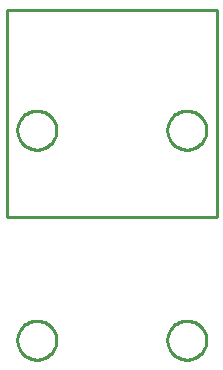
<source format=gbr>
G04 EAGLE Gerber RS-274X export*
G75*
%MOMM*%
%FSLAX34Y34*%
%LPD*%
%IN*%
%IPPOS*%
%AMOC8*
5,1,8,0,0,1.08239X$1,22.5*%
G01*
%ADD10C,0.254000*%


D10*
X0Y332740D02*
X177800Y332740D01*
X177800Y508000D01*
X0Y508000D01*
X0Y332740D01*
X168910Y228060D02*
X168839Y226981D01*
X168698Y225909D01*
X168487Y224849D01*
X168208Y223805D01*
X167860Y222781D01*
X167446Y221783D01*
X166968Y220813D01*
X166428Y219877D01*
X165827Y218978D01*
X165169Y218121D01*
X164457Y217308D01*
X163692Y216544D01*
X162879Y215831D01*
X162022Y215173D01*
X161123Y214572D01*
X160187Y214032D01*
X159217Y213554D01*
X158219Y213140D01*
X157195Y212792D01*
X156151Y212513D01*
X155091Y212302D01*
X154019Y212161D01*
X152940Y212090D01*
X151860Y212090D01*
X150781Y212161D01*
X149709Y212302D01*
X148649Y212513D01*
X147605Y212792D01*
X146581Y213140D01*
X145583Y213554D01*
X144613Y214032D01*
X143677Y214572D01*
X142778Y215173D01*
X141921Y215831D01*
X141108Y216544D01*
X140344Y217308D01*
X139631Y218121D01*
X138973Y218978D01*
X138372Y219877D01*
X137832Y220813D01*
X137354Y221783D01*
X136940Y222781D01*
X136592Y223805D01*
X136313Y224849D01*
X136102Y225909D01*
X135961Y226981D01*
X135890Y228060D01*
X135890Y229140D01*
X135961Y230219D01*
X136102Y231291D01*
X136313Y232351D01*
X136592Y233395D01*
X136940Y234419D01*
X137354Y235417D01*
X137832Y236387D01*
X138372Y237323D01*
X138973Y238222D01*
X139631Y239079D01*
X140344Y239892D01*
X141108Y240657D01*
X141921Y241369D01*
X142778Y242027D01*
X143677Y242628D01*
X144613Y243168D01*
X145583Y243646D01*
X146581Y244060D01*
X147605Y244408D01*
X148649Y244687D01*
X149709Y244898D01*
X150781Y245039D01*
X151860Y245110D01*
X152940Y245110D01*
X154019Y245039D01*
X155091Y244898D01*
X156151Y244687D01*
X157195Y244408D01*
X158219Y244060D01*
X159217Y243646D01*
X160187Y243168D01*
X161123Y242628D01*
X162022Y242027D01*
X162879Y241369D01*
X163692Y240657D01*
X164457Y239892D01*
X165169Y239079D01*
X165827Y238222D01*
X166428Y237323D01*
X166968Y236387D01*
X167446Y235417D01*
X167860Y234419D01*
X168208Y233395D01*
X168487Y232351D01*
X168698Y231291D01*
X168839Y230219D01*
X168910Y229140D01*
X168910Y228060D01*
X41910Y228060D02*
X41839Y226981D01*
X41698Y225909D01*
X41487Y224849D01*
X41208Y223805D01*
X40860Y222781D01*
X40446Y221783D01*
X39968Y220813D01*
X39428Y219877D01*
X38827Y218978D01*
X38169Y218121D01*
X37457Y217308D01*
X36692Y216544D01*
X35879Y215831D01*
X35022Y215173D01*
X34123Y214572D01*
X33187Y214032D01*
X32217Y213554D01*
X31219Y213140D01*
X30195Y212792D01*
X29151Y212513D01*
X28091Y212302D01*
X27019Y212161D01*
X25940Y212090D01*
X24860Y212090D01*
X23781Y212161D01*
X22709Y212302D01*
X21649Y212513D01*
X20605Y212792D01*
X19581Y213140D01*
X18583Y213554D01*
X17613Y214032D01*
X16677Y214572D01*
X15778Y215173D01*
X14921Y215831D01*
X14108Y216544D01*
X13344Y217308D01*
X12631Y218121D01*
X11973Y218978D01*
X11372Y219877D01*
X10832Y220813D01*
X10354Y221783D01*
X9940Y222781D01*
X9592Y223805D01*
X9313Y224849D01*
X9102Y225909D01*
X8961Y226981D01*
X8890Y228060D01*
X8890Y229140D01*
X8961Y230219D01*
X9102Y231291D01*
X9313Y232351D01*
X9592Y233395D01*
X9940Y234419D01*
X10354Y235417D01*
X10832Y236387D01*
X11372Y237323D01*
X11973Y238222D01*
X12631Y239079D01*
X13344Y239892D01*
X14108Y240657D01*
X14921Y241369D01*
X15778Y242027D01*
X16677Y242628D01*
X17613Y243168D01*
X18583Y243646D01*
X19581Y244060D01*
X20605Y244408D01*
X21649Y244687D01*
X22709Y244898D01*
X23781Y245039D01*
X24860Y245110D01*
X25940Y245110D01*
X27019Y245039D01*
X28091Y244898D01*
X29151Y244687D01*
X30195Y244408D01*
X31219Y244060D01*
X32217Y243646D01*
X33187Y243168D01*
X34123Y242628D01*
X35022Y242027D01*
X35879Y241369D01*
X36692Y240657D01*
X37457Y239892D01*
X38169Y239079D01*
X38827Y238222D01*
X39428Y237323D01*
X39968Y236387D01*
X40446Y235417D01*
X40860Y234419D01*
X41208Y233395D01*
X41487Y232351D01*
X41698Y231291D01*
X41839Y230219D01*
X41910Y229140D01*
X41910Y228060D01*
X41910Y405860D02*
X41839Y404781D01*
X41698Y403709D01*
X41487Y402649D01*
X41208Y401605D01*
X40860Y400581D01*
X40446Y399583D01*
X39968Y398613D01*
X39428Y397677D01*
X38827Y396778D01*
X38169Y395921D01*
X37457Y395108D01*
X36692Y394344D01*
X35879Y393631D01*
X35022Y392973D01*
X34123Y392372D01*
X33187Y391832D01*
X32217Y391354D01*
X31219Y390940D01*
X30195Y390592D01*
X29151Y390313D01*
X28091Y390102D01*
X27019Y389961D01*
X25940Y389890D01*
X24860Y389890D01*
X23781Y389961D01*
X22709Y390102D01*
X21649Y390313D01*
X20605Y390592D01*
X19581Y390940D01*
X18583Y391354D01*
X17613Y391832D01*
X16677Y392372D01*
X15778Y392973D01*
X14921Y393631D01*
X14108Y394344D01*
X13344Y395108D01*
X12631Y395921D01*
X11973Y396778D01*
X11372Y397677D01*
X10832Y398613D01*
X10354Y399583D01*
X9940Y400581D01*
X9592Y401605D01*
X9313Y402649D01*
X9102Y403709D01*
X8961Y404781D01*
X8890Y405860D01*
X8890Y406940D01*
X8961Y408019D01*
X9102Y409091D01*
X9313Y410151D01*
X9592Y411195D01*
X9940Y412219D01*
X10354Y413217D01*
X10832Y414187D01*
X11372Y415123D01*
X11973Y416022D01*
X12631Y416879D01*
X13344Y417692D01*
X14108Y418457D01*
X14921Y419169D01*
X15778Y419827D01*
X16677Y420428D01*
X17613Y420968D01*
X18583Y421446D01*
X19581Y421860D01*
X20605Y422208D01*
X21649Y422487D01*
X22709Y422698D01*
X23781Y422839D01*
X24860Y422910D01*
X25940Y422910D01*
X27019Y422839D01*
X28091Y422698D01*
X29151Y422487D01*
X30195Y422208D01*
X31219Y421860D01*
X32217Y421446D01*
X33187Y420968D01*
X34123Y420428D01*
X35022Y419827D01*
X35879Y419169D01*
X36692Y418457D01*
X37457Y417692D01*
X38169Y416879D01*
X38827Y416022D01*
X39428Y415123D01*
X39968Y414187D01*
X40446Y413217D01*
X40860Y412219D01*
X41208Y411195D01*
X41487Y410151D01*
X41698Y409091D01*
X41839Y408019D01*
X41910Y406940D01*
X41910Y405860D01*
X168910Y405860D02*
X168839Y404781D01*
X168698Y403709D01*
X168487Y402649D01*
X168208Y401605D01*
X167860Y400581D01*
X167446Y399583D01*
X166968Y398613D01*
X166428Y397677D01*
X165827Y396778D01*
X165169Y395921D01*
X164457Y395108D01*
X163692Y394344D01*
X162879Y393631D01*
X162022Y392973D01*
X161123Y392372D01*
X160187Y391832D01*
X159217Y391354D01*
X158219Y390940D01*
X157195Y390592D01*
X156151Y390313D01*
X155091Y390102D01*
X154019Y389961D01*
X152940Y389890D01*
X151860Y389890D01*
X150781Y389961D01*
X149709Y390102D01*
X148649Y390313D01*
X147605Y390592D01*
X146581Y390940D01*
X145583Y391354D01*
X144613Y391832D01*
X143677Y392372D01*
X142778Y392973D01*
X141921Y393631D01*
X141108Y394344D01*
X140344Y395108D01*
X139631Y395921D01*
X138973Y396778D01*
X138372Y397677D01*
X137832Y398613D01*
X137354Y399583D01*
X136940Y400581D01*
X136592Y401605D01*
X136313Y402649D01*
X136102Y403709D01*
X135961Y404781D01*
X135890Y405860D01*
X135890Y406940D01*
X135961Y408019D01*
X136102Y409091D01*
X136313Y410151D01*
X136592Y411195D01*
X136940Y412219D01*
X137354Y413217D01*
X137832Y414187D01*
X138372Y415123D01*
X138973Y416022D01*
X139631Y416879D01*
X140344Y417692D01*
X141108Y418457D01*
X141921Y419169D01*
X142778Y419827D01*
X143677Y420428D01*
X144613Y420968D01*
X145583Y421446D01*
X146581Y421860D01*
X147605Y422208D01*
X148649Y422487D01*
X149709Y422698D01*
X150781Y422839D01*
X151860Y422910D01*
X152940Y422910D01*
X154019Y422839D01*
X155091Y422698D01*
X156151Y422487D01*
X157195Y422208D01*
X158219Y421860D01*
X159217Y421446D01*
X160187Y420968D01*
X161123Y420428D01*
X162022Y419827D01*
X162879Y419169D01*
X163692Y418457D01*
X164457Y417692D01*
X165169Y416879D01*
X165827Y416022D01*
X166428Y415123D01*
X166968Y414187D01*
X167446Y413217D01*
X167860Y412219D01*
X168208Y411195D01*
X168487Y410151D01*
X168698Y409091D01*
X168839Y408019D01*
X168910Y406940D01*
X168910Y405860D01*
M02*

</source>
